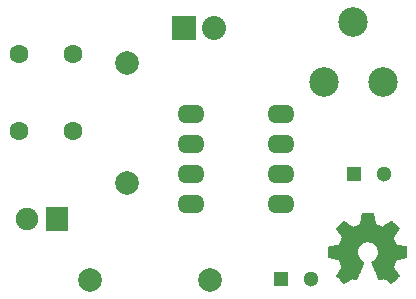
<source format=gbr>
G04 #@! TF.FileFunction,Copper,L1,Top,Signal*
%FSLAX46Y46*%
G04 Gerber Fmt 4.6, Leading zero omitted, Abs format (unit mm)*
G04 Created by KiCad (PCBNEW 4.0.5+dfsg1-4) date Tue Aug  7 02:14:06 2018*
%MOMM*%
%LPD*%
G01*
G04 APERTURE LIST*
%ADD10C,0.100000*%
%ADD11C,0.010000*%
%ADD12R,1.300000X1.300000*%
%ADD13C,1.300000*%
%ADD14R,1.900000X2.000000*%
%ADD15C,1.900000*%
%ADD16R,2.032000X2.032000*%
%ADD17O,2.032000X2.032000*%
%ADD18C,1.998980*%
%ADD19C,2.499360*%
%ADD20C,1.600000*%
%ADD21O,2.300000X1.600000*%
G04 APERTURE END LIST*
D10*
D11*
G36*
X159255814Y-99468931D02*
X159339635Y-99913555D01*
X159648920Y-100041053D01*
X159958206Y-100168551D01*
X160329246Y-99916246D01*
X160433157Y-99845996D01*
X160527087Y-99783272D01*
X160606652Y-99730938D01*
X160667470Y-99691857D01*
X160705157Y-99668893D01*
X160715421Y-99663942D01*
X160733910Y-99676676D01*
X160773420Y-99711882D01*
X160829522Y-99765062D01*
X160897787Y-99831718D01*
X160973786Y-99907354D01*
X161053092Y-99987472D01*
X161131275Y-100067574D01*
X161203907Y-100143164D01*
X161266559Y-100209745D01*
X161314803Y-100262818D01*
X161344210Y-100297887D01*
X161351241Y-100309623D01*
X161341123Y-100331260D01*
X161312759Y-100378662D01*
X161269129Y-100447193D01*
X161213218Y-100532215D01*
X161148006Y-100629093D01*
X161110219Y-100684350D01*
X161041343Y-100785248D01*
X160980140Y-100876299D01*
X160929578Y-100952970D01*
X160892628Y-101010728D01*
X160872258Y-101045043D01*
X160869197Y-101052254D01*
X160876136Y-101072748D01*
X160895051Y-101120513D01*
X160923087Y-101188832D01*
X160957391Y-101270989D01*
X160995109Y-101360270D01*
X161033387Y-101449958D01*
X161069370Y-101533338D01*
X161100206Y-101603694D01*
X161123039Y-101654310D01*
X161135017Y-101678471D01*
X161135724Y-101679422D01*
X161154531Y-101684036D01*
X161204618Y-101694328D01*
X161280793Y-101709287D01*
X161377865Y-101727901D01*
X161490643Y-101749159D01*
X161556442Y-101761418D01*
X161676950Y-101784362D01*
X161785797Y-101806195D01*
X161877476Y-101825722D01*
X161946481Y-101841748D01*
X161987304Y-101853079D01*
X161995511Y-101856674D01*
X162003548Y-101881006D01*
X162010033Y-101935959D01*
X162014970Y-102015108D01*
X162018364Y-102112026D01*
X162020218Y-102220287D01*
X162020538Y-102333465D01*
X162019327Y-102445135D01*
X162016590Y-102548868D01*
X162012331Y-102638241D01*
X162006555Y-102706826D01*
X161999267Y-102748197D01*
X161994895Y-102756810D01*
X161968764Y-102767133D01*
X161913393Y-102781892D01*
X161836107Y-102799352D01*
X161744230Y-102817780D01*
X161712158Y-102823741D01*
X161557524Y-102852066D01*
X161435375Y-102874876D01*
X161341673Y-102893080D01*
X161272384Y-102907583D01*
X161223471Y-102919292D01*
X161190897Y-102929115D01*
X161170628Y-102937956D01*
X161158626Y-102946724D01*
X161156947Y-102948457D01*
X161140184Y-102976371D01*
X161114614Y-103030695D01*
X161082788Y-103104777D01*
X161047260Y-103191965D01*
X161010583Y-103285608D01*
X160975311Y-103379052D01*
X160943996Y-103465647D01*
X160919193Y-103538740D01*
X160903454Y-103591678D01*
X160899332Y-103617811D01*
X160899676Y-103618726D01*
X160913641Y-103640086D01*
X160945322Y-103687084D01*
X160991391Y-103754827D01*
X161048518Y-103838423D01*
X161113373Y-103932982D01*
X161131843Y-103959854D01*
X161197699Y-104057275D01*
X161255650Y-104146163D01*
X161302538Y-104221412D01*
X161335207Y-104277920D01*
X161350500Y-104310581D01*
X161351241Y-104314593D01*
X161338392Y-104335684D01*
X161302888Y-104377464D01*
X161249293Y-104435445D01*
X161182171Y-104505135D01*
X161106087Y-104582045D01*
X161025604Y-104661683D01*
X160945287Y-104739561D01*
X160869699Y-104811186D01*
X160803405Y-104872070D01*
X160750969Y-104917721D01*
X160716955Y-104943650D01*
X160707545Y-104947883D01*
X160685643Y-104937912D01*
X160640800Y-104911020D01*
X160580321Y-104871736D01*
X160533789Y-104840117D01*
X160449475Y-104782098D01*
X160349626Y-104713784D01*
X160249473Y-104645579D01*
X160195627Y-104609075D01*
X160013371Y-104485800D01*
X159860381Y-104568520D01*
X159790682Y-104604759D01*
X159731414Y-104632926D01*
X159691311Y-104648991D01*
X159681103Y-104651226D01*
X159668829Y-104634722D01*
X159644613Y-104588082D01*
X159610263Y-104515609D01*
X159567588Y-104421606D01*
X159518394Y-104310374D01*
X159464490Y-104186215D01*
X159407684Y-104053432D01*
X159349782Y-103916327D01*
X159292593Y-103779202D01*
X159237924Y-103646358D01*
X159187584Y-103522098D01*
X159143380Y-103410725D01*
X159107119Y-103316539D01*
X159080609Y-103243844D01*
X159065658Y-103196941D01*
X159063254Y-103180833D01*
X159082311Y-103160286D01*
X159124036Y-103126933D01*
X159179706Y-103087702D01*
X159184378Y-103084599D01*
X159328264Y-102969423D01*
X159444283Y-102835053D01*
X159531430Y-102685784D01*
X159588699Y-102525913D01*
X159615086Y-102359737D01*
X159609585Y-102191552D01*
X159571190Y-102025655D01*
X159498895Y-101866342D01*
X159477626Y-101831487D01*
X159366996Y-101690737D01*
X159236302Y-101577714D01*
X159090064Y-101493003D01*
X158932808Y-101437194D01*
X158769057Y-101410874D01*
X158603333Y-101414630D01*
X158440162Y-101449050D01*
X158284065Y-101514723D01*
X158139567Y-101612235D01*
X158094869Y-101651813D01*
X157981112Y-101775703D01*
X157898218Y-101906124D01*
X157841356Y-102052315D01*
X157809687Y-102197088D01*
X157801869Y-102359860D01*
X157827938Y-102523440D01*
X157885245Y-102682298D01*
X157971144Y-102830906D01*
X158082986Y-102963735D01*
X158218123Y-103075256D01*
X158235883Y-103087011D01*
X158292150Y-103125508D01*
X158334923Y-103158863D01*
X158355372Y-103180160D01*
X158355669Y-103180833D01*
X158351279Y-103203871D01*
X158333876Y-103256157D01*
X158305268Y-103333390D01*
X158267265Y-103431268D01*
X158221674Y-103545491D01*
X158170303Y-103671758D01*
X158114962Y-103805767D01*
X158057458Y-103943218D01*
X157999601Y-104079808D01*
X157943198Y-104211237D01*
X157890058Y-104333205D01*
X157841990Y-104441409D01*
X157800801Y-104531549D01*
X157768301Y-104599323D01*
X157746297Y-104640430D01*
X157737436Y-104651226D01*
X157710360Y-104642819D01*
X157659697Y-104620272D01*
X157594183Y-104587613D01*
X157558159Y-104568520D01*
X157405168Y-104485800D01*
X157222912Y-104609075D01*
X157129875Y-104672228D01*
X157028015Y-104741727D01*
X156932562Y-104807165D01*
X156884750Y-104840117D01*
X156817505Y-104885273D01*
X156760564Y-104921057D01*
X156721354Y-104942938D01*
X156708619Y-104947563D01*
X156690083Y-104935085D01*
X156649059Y-104900252D01*
X156589525Y-104846678D01*
X156515458Y-104777983D01*
X156430835Y-104697781D01*
X156377315Y-104646286D01*
X156283681Y-104554286D01*
X156202759Y-104471999D01*
X156137823Y-104402945D01*
X156092142Y-104350644D01*
X156068989Y-104318616D01*
X156066768Y-104312116D01*
X156077076Y-104287394D01*
X156105561Y-104237405D01*
X156149063Y-104167212D01*
X156204423Y-104081875D01*
X156268480Y-103986456D01*
X156286697Y-103959854D01*
X156353073Y-103863167D01*
X156412622Y-103776117D01*
X156462016Y-103703595D01*
X156497925Y-103650493D01*
X156517019Y-103621703D01*
X156518864Y-103618726D01*
X156516105Y-103595782D01*
X156501462Y-103545336D01*
X156477487Y-103474041D01*
X156446734Y-103388547D01*
X156411756Y-103295507D01*
X156375107Y-103201574D01*
X156339339Y-103113399D01*
X156307006Y-103037634D01*
X156280662Y-102980931D01*
X156262858Y-102949943D01*
X156261593Y-102948457D01*
X156250706Y-102939601D01*
X156232318Y-102930843D01*
X156202394Y-102921277D01*
X156156897Y-102909996D01*
X156091791Y-102896093D01*
X156003039Y-102878663D01*
X155886607Y-102856798D01*
X155738458Y-102829591D01*
X155706382Y-102823741D01*
X155611314Y-102805374D01*
X155528435Y-102787405D01*
X155465070Y-102771569D01*
X155428542Y-102759600D01*
X155423644Y-102756810D01*
X155415573Y-102732072D01*
X155409013Y-102676790D01*
X155403967Y-102597389D01*
X155400441Y-102500296D01*
X155398439Y-102391938D01*
X155397964Y-102278740D01*
X155399023Y-102167128D01*
X155401618Y-102063529D01*
X155405754Y-101974368D01*
X155411437Y-101906072D01*
X155418669Y-101865066D01*
X155423029Y-101856674D01*
X155447302Y-101848208D01*
X155502574Y-101834435D01*
X155583338Y-101816550D01*
X155684088Y-101795748D01*
X155799317Y-101773223D01*
X155862098Y-101761418D01*
X155981213Y-101739151D01*
X156087435Y-101718979D01*
X156175573Y-101701915D01*
X156240434Y-101688969D01*
X156276826Y-101681155D01*
X156282816Y-101679422D01*
X156292939Y-101659890D01*
X156314338Y-101612843D01*
X156344161Y-101545003D01*
X156379555Y-101463091D01*
X156417668Y-101373828D01*
X156455647Y-101283935D01*
X156490640Y-101200135D01*
X156519794Y-101129147D01*
X156540257Y-101077694D01*
X156549177Y-101052497D01*
X156549343Y-101051396D01*
X156539231Y-101031519D01*
X156510883Y-100985777D01*
X156467277Y-100918717D01*
X156411394Y-100834884D01*
X156346213Y-100738826D01*
X156308321Y-100683650D01*
X156239275Y-100582481D01*
X156177950Y-100490630D01*
X156127337Y-100412744D01*
X156090429Y-100353469D01*
X156070218Y-100317451D01*
X156067299Y-100309377D01*
X156079847Y-100290584D01*
X156114537Y-100250457D01*
X156166937Y-100193493D01*
X156232616Y-100124185D01*
X156307144Y-100047031D01*
X156386087Y-99966525D01*
X156465017Y-99887163D01*
X156539500Y-99813440D01*
X156605106Y-99749852D01*
X156657404Y-99700894D01*
X156691961Y-99671061D01*
X156703522Y-99663942D01*
X156722346Y-99673953D01*
X156767369Y-99702078D01*
X156834213Y-99745454D01*
X156918501Y-99801218D01*
X157015856Y-99866506D01*
X157089293Y-99916246D01*
X157460333Y-100168551D01*
X158078905Y-99913555D01*
X158162725Y-99468931D01*
X158246546Y-99024307D01*
X159171994Y-99024307D01*
X159255814Y-99468931D01*
X159255814Y-99468931D01*
G37*
X159255814Y-99468931D02*
X159339635Y-99913555D01*
X159648920Y-100041053D01*
X159958206Y-100168551D01*
X160329246Y-99916246D01*
X160433157Y-99845996D01*
X160527087Y-99783272D01*
X160606652Y-99730938D01*
X160667470Y-99691857D01*
X160705157Y-99668893D01*
X160715421Y-99663942D01*
X160733910Y-99676676D01*
X160773420Y-99711882D01*
X160829522Y-99765062D01*
X160897787Y-99831718D01*
X160973786Y-99907354D01*
X161053092Y-99987472D01*
X161131275Y-100067574D01*
X161203907Y-100143164D01*
X161266559Y-100209745D01*
X161314803Y-100262818D01*
X161344210Y-100297887D01*
X161351241Y-100309623D01*
X161341123Y-100331260D01*
X161312759Y-100378662D01*
X161269129Y-100447193D01*
X161213218Y-100532215D01*
X161148006Y-100629093D01*
X161110219Y-100684350D01*
X161041343Y-100785248D01*
X160980140Y-100876299D01*
X160929578Y-100952970D01*
X160892628Y-101010728D01*
X160872258Y-101045043D01*
X160869197Y-101052254D01*
X160876136Y-101072748D01*
X160895051Y-101120513D01*
X160923087Y-101188832D01*
X160957391Y-101270989D01*
X160995109Y-101360270D01*
X161033387Y-101449958D01*
X161069370Y-101533338D01*
X161100206Y-101603694D01*
X161123039Y-101654310D01*
X161135017Y-101678471D01*
X161135724Y-101679422D01*
X161154531Y-101684036D01*
X161204618Y-101694328D01*
X161280793Y-101709287D01*
X161377865Y-101727901D01*
X161490643Y-101749159D01*
X161556442Y-101761418D01*
X161676950Y-101784362D01*
X161785797Y-101806195D01*
X161877476Y-101825722D01*
X161946481Y-101841748D01*
X161987304Y-101853079D01*
X161995511Y-101856674D01*
X162003548Y-101881006D01*
X162010033Y-101935959D01*
X162014970Y-102015108D01*
X162018364Y-102112026D01*
X162020218Y-102220287D01*
X162020538Y-102333465D01*
X162019327Y-102445135D01*
X162016590Y-102548868D01*
X162012331Y-102638241D01*
X162006555Y-102706826D01*
X161999267Y-102748197D01*
X161994895Y-102756810D01*
X161968764Y-102767133D01*
X161913393Y-102781892D01*
X161836107Y-102799352D01*
X161744230Y-102817780D01*
X161712158Y-102823741D01*
X161557524Y-102852066D01*
X161435375Y-102874876D01*
X161341673Y-102893080D01*
X161272384Y-102907583D01*
X161223471Y-102919292D01*
X161190897Y-102929115D01*
X161170628Y-102937956D01*
X161158626Y-102946724D01*
X161156947Y-102948457D01*
X161140184Y-102976371D01*
X161114614Y-103030695D01*
X161082788Y-103104777D01*
X161047260Y-103191965D01*
X161010583Y-103285608D01*
X160975311Y-103379052D01*
X160943996Y-103465647D01*
X160919193Y-103538740D01*
X160903454Y-103591678D01*
X160899332Y-103617811D01*
X160899676Y-103618726D01*
X160913641Y-103640086D01*
X160945322Y-103687084D01*
X160991391Y-103754827D01*
X161048518Y-103838423D01*
X161113373Y-103932982D01*
X161131843Y-103959854D01*
X161197699Y-104057275D01*
X161255650Y-104146163D01*
X161302538Y-104221412D01*
X161335207Y-104277920D01*
X161350500Y-104310581D01*
X161351241Y-104314593D01*
X161338392Y-104335684D01*
X161302888Y-104377464D01*
X161249293Y-104435445D01*
X161182171Y-104505135D01*
X161106087Y-104582045D01*
X161025604Y-104661683D01*
X160945287Y-104739561D01*
X160869699Y-104811186D01*
X160803405Y-104872070D01*
X160750969Y-104917721D01*
X160716955Y-104943650D01*
X160707545Y-104947883D01*
X160685643Y-104937912D01*
X160640800Y-104911020D01*
X160580321Y-104871736D01*
X160533789Y-104840117D01*
X160449475Y-104782098D01*
X160349626Y-104713784D01*
X160249473Y-104645579D01*
X160195627Y-104609075D01*
X160013371Y-104485800D01*
X159860381Y-104568520D01*
X159790682Y-104604759D01*
X159731414Y-104632926D01*
X159691311Y-104648991D01*
X159681103Y-104651226D01*
X159668829Y-104634722D01*
X159644613Y-104588082D01*
X159610263Y-104515609D01*
X159567588Y-104421606D01*
X159518394Y-104310374D01*
X159464490Y-104186215D01*
X159407684Y-104053432D01*
X159349782Y-103916327D01*
X159292593Y-103779202D01*
X159237924Y-103646358D01*
X159187584Y-103522098D01*
X159143380Y-103410725D01*
X159107119Y-103316539D01*
X159080609Y-103243844D01*
X159065658Y-103196941D01*
X159063254Y-103180833D01*
X159082311Y-103160286D01*
X159124036Y-103126933D01*
X159179706Y-103087702D01*
X159184378Y-103084599D01*
X159328264Y-102969423D01*
X159444283Y-102835053D01*
X159531430Y-102685784D01*
X159588699Y-102525913D01*
X159615086Y-102359737D01*
X159609585Y-102191552D01*
X159571190Y-102025655D01*
X159498895Y-101866342D01*
X159477626Y-101831487D01*
X159366996Y-101690737D01*
X159236302Y-101577714D01*
X159090064Y-101493003D01*
X158932808Y-101437194D01*
X158769057Y-101410874D01*
X158603333Y-101414630D01*
X158440162Y-101449050D01*
X158284065Y-101514723D01*
X158139567Y-101612235D01*
X158094869Y-101651813D01*
X157981112Y-101775703D01*
X157898218Y-101906124D01*
X157841356Y-102052315D01*
X157809687Y-102197088D01*
X157801869Y-102359860D01*
X157827938Y-102523440D01*
X157885245Y-102682298D01*
X157971144Y-102830906D01*
X158082986Y-102963735D01*
X158218123Y-103075256D01*
X158235883Y-103087011D01*
X158292150Y-103125508D01*
X158334923Y-103158863D01*
X158355372Y-103180160D01*
X158355669Y-103180833D01*
X158351279Y-103203871D01*
X158333876Y-103256157D01*
X158305268Y-103333390D01*
X158267265Y-103431268D01*
X158221674Y-103545491D01*
X158170303Y-103671758D01*
X158114962Y-103805767D01*
X158057458Y-103943218D01*
X157999601Y-104079808D01*
X157943198Y-104211237D01*
X157890058Y-104333205D01*
X157841990Y-104441409D01*
X157800801Y-104531549D01*
X157768301Y-104599323D01*
X157746297Y-104640430D01*
X157737436Y-104651226D01*
X157710360Y-104642819D01*
X157659697Y-104620272D01*
X157594183Y-104587613D01*
X157558159Y-104568520D01*
X157405168Y-104485800D01*
X157222912Y-104609075D01*
X157129875Y-104672228D01*
X157028015Y-104741727D01*
X156932562Y-104807165D01*
X156884750Y-104840117D01*
X156817505Y-104885273D01*
X156760564Y-104921057D01*
X156721354Y-104942938D01*
X156708619Y-104947563D01*
X156690083Y-104935085D01*
X156649059Y-104900252D01*
X156589525Y-104846678D01*
X156515458Y-104777983D01*
X156430835Y-104697781D01*
X156377315Y-104646286D01*
X156283681Y-104554286D01*
X156202759Y-104471999D01*
X156137823Y-104402945D01*
X156092142Y-104350644D01*
X156068989Y-104318616D01*
X156066768Y-104312116D01*
X156077076Y-104287394D01*
X156105561Y-104237405D01*
X156149063Y-104167212D01*
X156204423Y-104081875D01*
X156268480Y-103986456D01*
X156286697Y-103959854D01*
X156353073Y-103863167D01*
X156412622Y-103776117D01*
X156462016Y-103703595D01*
X156497925Y-103650493D01*
X156517019Y-103621703D01*
X156518864Y-103618726D01*
X156516105Y-103595782D01*
X156501462Y-103545336D01*
X156477487Y-103474041D01*
X156446734Y-103388547D01*
X156411756Y-103295507D01*
X156375107Y-103201574D01*
X156339339Y-103113399D01*
X156307006Y-103037634D01*
X156280662Y-102980931D01*
X156262858Y-102949943D01*
X156261593Y-102948457D01*
X156250706Y-102939601D01*
X156232318Y-102930843D01*
X156202394Y-102921277D01*
X156156897Y-102909996D01*
X156091791Y-102896093D01*
X156003039Y-102878663D01*
X155886607Y-102856798D01*
X155738458Y-102829591D01*
X155706382Y-102823741D01*
X155611314Y-102805374D01*
X155528435Y-102787405D01*
X155465070Y-102771569D01*
X155428542Y-102759600D01*
X155423644Y-102756810D01*
X155415573Y-102732072D01*
X155409013Y-102676790D01*
X155403967Y-102597389D01*
X155400441Y-102500296D01*
X155398439Y-102391938D01*
X155397964Y-102278740D01*
X155399023Y-102167128D01*
X155401618Y-102063529D01*
X155405754Y-101974368D01*
X155411437Y-101906072D01*
X155418669Y-101865066D01*
X155423029Y-101856674D01*
X155447302Y-101848208D01*
X155502574Y-101834435D01*
X155583338Y-101816550D01*
X155684088Y-101795748D01*
X155799317Y-101773223D01*
X155862098Y-101761418D01*
X155981213Y-101739151D01*
X156087435Y-101718979D01*
X156175573Y-101701915D01*
X156240434Y-101688969D01*
X156276826Y-101681155D01*
X156282816Y-101679422D01*
X156292939Y-101659890D01*
X156314338Y-101612843D01*
X156344161Y-101545003D01*
X156379555Y-101463091D01*
X156417668Y-101373828D01*
X156455647Y-101283935D01*
X156490640Y-101200135D01*
X156519794Y-101129147D01*
X156540257Y-101077694D01*
X156549177Y-101052497D01*
X156549343Y-101051396D01*
X156539231Y-101031519D01*
X156510883Y-100985777D01*
X156467277Y-100918717D01*
X156411394Y-100834884D01*
X156346213Y-100738826D01*
X156308321Y-100683650D01*
X156239275Y-100582481D01*
X156177950Y-100490630D01*
X156127337Y-100412744D01*
X156090429Y-100353469D01*
X156070218Y-100317451D01*
X156067299Y-100309377D01*
X156079847Y-100290584D01*
X156114537Y-100250457D01*
X156166937Y-100193493D01*
X156232616Y-100124185D01*
X156307144Y-100047031D01*
X156386087Y-99966525D01*
X156465017Y-99887163D01*
X156539500Y-99813440D01*
X156605106Y-99749852D01*
X156657404Y-99700894D01*
X156691961Y-99671061D01*
X156703522Y-99663942D01*
X156722346Y-99673953D01*
X156767369Y-99702078D01*
X156834213Y-99745454D01*
X156918501Y-99801218D01*
X157015856Y-99866506D01*
X157089293Y-99916246D01*
X157460333Y-100168551D01*
X158078905Y-99913555D01*
X158162725Y-99468931D01*
X158246546Y-99024307D01*
X159171994Y-99024307D01*
X159255814Y-99468931D01*
D12*
X151400000Y-104600000D03*
D13*
X153900000Y-104600000D03*
D12*
X157600000Y-95700000D03*
D13*
X160100000Y-95700000D03*
D14*
X132400000Y-99500000D03*
D15*
X129860000Y-99500000D03*
D16*
X143200000Y-83400000D03*
D17*
X145740000Y-83400000D03*
D18*
X138400000Y-96500000D03*
X138400000Y-86340000D03*
X135200000Y-104700000D03*
X145360000Y-104700000D03*
D19*
X157499360Y-82860640D03*
X159998720Y-87900000D03*
X155000000Y-87900000D03*
D20*
X129250000Y-92050000D03*
X133750000Y-92050000D03*
X129250000Y-85550000D03*
X133750000Y-85550000D03*
D21*
X143800000Y-90600000D03*
X143800000Y-93140000D03*
X143800000Y-95680000D03*
X143800000Y-98220000D03*
X151420000Y-98220000D03*
X151420000Y-95680000D03*
X151420000Y-93140000D03*
X151420000Y-90600000D03*
M02*

</source>
